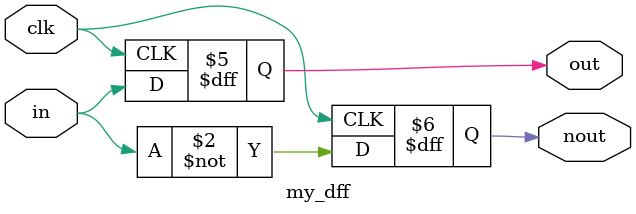
<source format=v>
module my_dff(in, out, nout, clk); 
	input in;
	input clk;

	output reg out = 0;
	output reg nout = 1;

	always@(posedge clk)
	begin
		out <= in;
		nout <= ~in;
	end

endmodule
</source>
